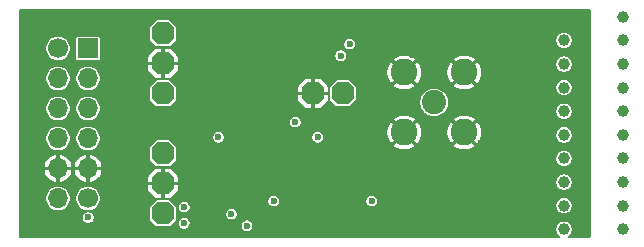
<source format=gbr>
%TF.GenerationSoftware,KiCad,Pcbnew,9.0.7*%
%TF.CreationDate,2026-01-30T12:17:07+01:00*%
%TF.ProjectId,rfiq-1,72666971-2d31-42e6-9b69-6361645f7063,1a*%
%TF.SameCoordinates,Original*%
%TF.FileFunction,Copper,L2,Inr*%
%TF.FilePolarity,Positive*%
%FSLAX46Y46*%
G04 Gerber Fmt 4.6, Leading zero omitted, Abs format (unit mm)*
G04 Created by KiCad (PCBNEW 9.0.7) date 2026-01-30 12:17:07*
%MOMM*%
%LPD*%
G01*
G04 APERTURE LIST*
G04 Aperture macros list*
%AMOutline5P*
0 Free polygon, 5 corners , with rotation*
0 The origin of the aperture is its center*
0 number of corners: always 5*
0 $1 to $10 corner X, Y*
0 $11 Rotation angle, in degrees counterclockwise*
0 create outline with 5 corners*
4,1,5,$1,$2,$3,$4,$5,$6,$7,$8,$9,$10,$1,$2,$11*%
%AMOutline6P*
0 Free polygon, 6 corners , with rotation*
0 The origin of the aperture is its center*
0 number of corners: always 6*
0 $1 to $12 corner X, Y*
0 $13 Rotation angle, in degrees counterclockwise*
0 create outline with 6 corners*
4,1,6,$1,$2,$3,$4,$5,$6,$7,$8,$9,$10,$11,$12,$1,$2,$13*%
%AMOutline7P*
0 Free polygon, 7 corners , with rotation*
0 The origin of the aperture is its center*
0 number of corners: always 7*
0 $1 to $14 corner X, Y*
0 $15 Rotation angle, in degrees counterclockwise*
0 create outline with 7 corners*
4,1,7,$1,$2,$3,$4,$5,$6,$7,$8,$9,$10,$11,$12,$13,$14,$1,$2,$15*%
%AMOutline8P*
0 Free polygon, 8 corners , with rotation*
0 The origin of the aperture is its center*
0 number of corners: always 8*
0 $1 to $16 corner X, Y*
0 $17 Rotation angle, in degrees counterclockwise*
0 create outline with 8 corners*
4,1,8,$1,$2,$3,$4,$5,$6,$7,$8,$9,$10,$11,$12,$13,$14,$15,$16,$1,$2,$17*%
G04 Aperture macros list end*
%TA.AperFunction,ComponentPad*%
%ADD10Outline8P,-0.950000X0.475000X-0.475000X0.950000X0.475000X0.950000X0.950000X0.475000X0.950000X-0.475000X0.475000X-0.950000X-0.475000X-0.950000X-0.950000X-0.475000X0.000000*%
%TD*%
%TA.AperFunction,ComponentPad*%
%ADD11C,1.000000*%
%TD*%
%TA.AperFunction,ComponentPad*%
%ADD12C,2.050000*%
%TD*%
%TA.AperFunction,ComponentPad*%
%ADD13C,2.250000*%
%TD*%
%TA.AperFunction,ComponentPad*%
%ADD14R,1.700000X1.700000*%
%TD*%
%TA.AperFunction,ComponentPad*%
%ADD15O,1.700000X1.700000*%
%TD*%
%TA.AperFunction,ComponentPad*%
%ADD16C,1.700000*%
%TD*%
%TA.AperFunction,ViaPad*%
%ADD17C,0.600000*%
%TD*%
G04 APERTURE END LIST*
D10*
%TO.N,GND*%
%TO.C,TP10*%
X170300000Y-97920000D03*
%TD*%
%TO.N,/GQ1*%
%TO.C,TP6*%
X170300000Y-90300000D03*
%TD*%
%TO.N,/SCL*%
%TO.C,TP2*%
X170300000Y-100460000D03*
%TD*%
%TO.N,GND*%
%TO.C,TP5*%
X170300000Y-87760000D03*
%TD*%
%TO.N,/IO1*%
%TO.C,TP4*%
X185540000Y-90300000D03*
%TD*%
%TO.N,/GQ2*%
%TO.C,TP7*%
X170300000Y-85220000D03*
%TD*%
%TO.N,GND*%
%TO.C,TP13*%
X183000000Y-90300000D03*
%TD*%
D11*
%TO.N,*%
%TO.C,AE1*%
X209250000Y-83800000D03*
X209250000Y-85800000D03*
X204250000Y-85800000D03*
X209250000Y-87800000D03*
X204250000Y-87800000D03*
X209250000Y-89800000D03*
X204250000Y-89800000D03*
X209250000Y-91800000D03*
X204250000Y-91800000D03*
X209250000Y-93800000D03*
X204250000Y-93800000D03*
X209250000Y-95800000D03*
X204250000Y-95800000D03*
X209250000Y-97800000D03*
X204250000Y-97800000D03*
X209250000Y-99800000D03*
X204250000Y-99800000D03*
X209250000Y-101800000D03*
X204250000Y-101800000D03*
%TD*%
D10*
%TO.N,/SDA*%
%TO.C,TP1*%
X170300000Y-95380000D03*
%TD*%
D12*
%TO.N,/ANT_CONN*%
%TO.C,J1*%
X193260000Y-91060000D03*
D13*
%TO.N,GND*%
X195800000Y-88520000D03*
X190720000Y-88520000D03*
X195800000Y-93600000D03*
X190720000Y-93600000D03*
%TD*%
D14*
%TO.N,/IO1*%
%TO.C,J4*%
X163950000Y-86490000D03*
D15*
%TO.N,unconnected-(J4-Pin_2-Pad2)*%
X163950000Y-89030000D03*
%TO.N,/SCL*%
X163950000Y-91570000D03*
%TO.N,/SDA*%
X163950000Y-94110000D03*
%TO.N,GND*%
X163950000Y-96650000D03*
D16*
%TO.N,VCC*%
X163950000Y-99190000D03*
%TO.N,unconnected-(J4-Pin_7-Pad7)*%
X161410000Y-86490000D03*
D15*
%TO.N,unconnected-(J4-Pin_8-Pad8)*%
X161410000Y-89030000D03*
%TO.N,unconnected-(J4-Pin_9-Pad9)*%
X161410000Y-91570000D03*
%TO.N,unconnected-(J4-Pin_10-Pad10)*%
X161410000Y-94110000D03*
%TO.N,GND*%
X161410000Y-96650000D03*
%TO.N,VBAT*%
X161410000Y-99190000D03*
%TD*%
D17*
%TO.N,GND*%
X181900000Y-84500000D03*
X177900000Y-91800000D03*
X182100000Y-86950000D03*
X174950000Y-86200000D03*
X197200000Y-97675000D03*
X197200000Y-100225000D03*
X171900000Y-87500000D03*
X190500000Y-86200000D03*
X197200000Y-92550000D03*
X177750000Y-87650000D03*
X194000000Y-88300000D03*
X178500000Y-92200000D03*
X192300000Y-84600000D03*
X186500000Y-85425000D03*
X177100000Y-86300000D03*
X190800000Y-83500000D03*
X177300000Y-88100000D03*
X197200000Y-95725000D03*
X175400000Y-84750000D03*
X180500000Y-98000000D03*
X171900000Y-89600000D03*
X193375000Y-102150000D03*
X177300000Y-88700000D03*
X177300000Y-84200000D03*
X182300000Y-99800000D03*
X177300000Y-91400000D03*
X171900000Y-88200000D03*
X189900000Y-85700000D03*
X182400000Y-84100000D03*
X197200000Y-98325000D03*
X197200000Y-97025000D03*
X173100000Y-86900000D03*
X192600000Y-88300000D03*
X195925000Y-102150000D03*
X197200000Y-98975000D03*
X197200000Y-102150000D03*
X188600000Y-84000000D03*
X172350000Y-84800000D03*
X197200000Y-95100000D03*
X193000000Y-85600000D03*
X197200000Y-91275000D03*
X185100000Y-84150000D03*
X172800000Y-86200000D03*
X173900000Y-84700000D03*
X187200000Y-85425000D03*
X175400000Y-83500000D03*
X184400000Y-84200000D03*
X178350000Y-84850000D03*
X191450000Y-102150000D03*
X190800000Y-84190000D03*
X178400000Y-90100000D03*
X195150000Y-85750000D03*
X184150000Y-86900000D03*
X193400000Y-86300000D03*
X181450000Y-85650000D03*
X192600000Y-89000000D03*
X182750000Y-86950000D03*
X192100000Y-102150000D03*
X194400000Y-85200000D03*
X189200000Y-85700000D03*
X188900000Y-98000000D03*
X195950000Y-85350000D03*
X187150000Y-89200000D03*
X192600000Y-87600000D03*
X177000000Y-92000000D03*
X177250000Y-83600000D03*
X183100000Y-84150000D03*
X192250000Y-85350000D03*
X183750000Y-84200000D03*
X172000000Y-86400000D03*
X190800000Y-102150000D03*
X178700000Y-91600000D03*
X185750000Y-84150000D03*
X173300000Y-91200000D03*
X197200000Y-90650000D03*
X194000000Y-89000000D03*
X184450000Y-87500000D03*
X194025000Y-102150000D03*
X196100000Y-86050000D03*
X187200000Y-84200000D03*
X194550000Y-84600000D03*
X175700000Y-86300000D03*
X197200000Y-99600000D03*
X187900000Y-84200000D03*
X180700000Y-87300000D03*
X194675000Y-102150000D03*
X188000000Y-85425000D03*
X174500000Y-91700000D03*
X190100000Y-102150000D03*
X193850000Y-85550000D03*
X189300000Y-84000000D03*
X177200000Y-89800000D03*
X181900000Y-85150000D03*
X175000000Y-92200000D03*
X197200000Y-85450000D03*
X178400000Y-87750000D03*
X194000000Y-87600000D03*
X176400000Y-92200000D03*
X177050000Y-84800000D03*
X186400000Y-101500000D03*
X172700000Y-90700000D03*
X175700000Y-92200000D03*
X192800000Y-85000000D03*
X195200000Y-84550000D03*
X173900000Y-91400000D03*
X183450000Y-86900000D03*
X179200000Y-87600000D03*
X181400000Y-87000000D03*
X172000000Y-90300000D03*
X197200000Y-94475000D03*
X173800000Y-83500000D03*
X175300000Y-88100000D03*
X179400000Y-85600000D03*
X192725000Y-102150000D03*
X180100000Y-91400000D03*
X175300000Y-88800000D03*
X197200000Y-101500000D03*
X196550000Y-85550000D03*
X174300000Y-86100000D03*
X173700000Y-86400000D03*
X193900000Y-86900000D03*
X197200000Y-100850000D03*
X197200000Y-96375000D03*
X178600000Y-88600000D03*
X197200000Y-91900000D03*
X190600000Y-85500000D03*
X178600000Y-99400000D03*
X195800000Y-84750000D03*
X192200000Y-87000000D03*
X179500000Y-91900000D03*
X188500000Y-85700000D03*
X172000000Y-85400000D03*
X161400000Y-101800000D03*
X179400000Y-86910000D03*
X171900000Y-88900000D03*
X195300000Y-102150000D03*
X179100000Y-84950000D03*
X177600000Y-84900000D03*
X180000000Y-90100000D03*
X190000000Y-84000000D03*
X186500000Y-84200000D03*
X197200000Y-90025000D03*
X172400000Y-87000000D03*
X173900000Y-99800000D03*
X196550000Y-102150000D03*
X180000000Y-87200000D03*
X191500000Y-87000000D03*
X190800000Y-86900000D03*
%TO.N,VCC*%
X163975000Y-100800000D03*
X179675000Y-99400000D03*
X187975000Y-99400000D03*
X175000000Y-94000000D03*
X183400000Y-94000000D03*
X185350000Y-87100000D03*
%TO.N,/IO1*%
X186100000Y-86100000D03*
%TO.N,/SDA*%
X172100000Y-99900000D03*
X172100000Y-101300000D03*
%TO.N,/SCL*%
X177400000Y-101500000D03*
X176100000Y-100500000D03*
%TO.N,/GQ1*%
X181500000Y-92700000D03*
%TD*%
%TA.AperFunction,Conductor*%
%TO.N,GND*%
G36*
X206478326Y-83202174D02*
G01*
X206500000Y-83254500D01*
X206500000Y-102425500D01*
X206478326Y-102477826D01*
X206426000Y-102499500D01*
X204617936Y-102499500D01*
X204565610Y-102477826D01*
X204543936Y-102425500D01*
X204565610Y-102373174D01*
X204576816Y-102363976D01*
X204664669Y-102305276D01*
X204755276Y-102214669D01*
X204826465Y-102108127D01*
X204875501Y-101989744D01*
X204900500Y-101864069D01*
X204900500Y-101735931D01*
X204875501Y-101610256D01*
X204826465Y-101491873D01*
X204755276Y-101385331D01*
X204664669Y-101294724D01*
X204558127Y-101223535D01*
X204558124Y-101223533D01*
X204558123Y-101223533D01*
X204439742Y-101174498D01*
X204439739Y-101174497D01*
X204349696Y-101156586D01*
X204314069Y-101149500D01*
X204185931Y-101149500D01*
X204154726Y-101155707D01*
X204060260Y-101174497D01*
X204060257Y-101174498D01*
X203941876Y-101223533D01*
X203835331Y-101294723D01*
X203835330Y-101294725D01*
X203744725Y-101385330D01*
X203744723Y-101385331D01*
X203673533Y-101491876D01*
X203624498Y-101610257D01*
X203624497Y-101610260D01*
X203599500Y-101735932D01*
X203599500Y-101864067D01*
X203624497Y-101989739D01*
X203624498Y-101989742D01*
X203624499Y-101989744D01*
X203673535Y-102108127D01*
X203744724Y-102214669D01*
X203835331Y-102305276D01*
X203923177Y-102363972D01*
X203954642Y-102411063D01*
X203943593Y-102466612D01*
X203896501Y-102498078D01*
X203882064Y-102499500D01*
X158174500Y-102499500D01*
X158122174Y-102477826D01*
X158100500Y-102425500D01*
X158100500Y-100740688D01*
X163524500Y-100740688D01*
X163524500Y-100859311D01*
X163555199Y-100973882D01*
X163555201Y-100973887D01*
X163614508Y-101076609D01*
X163614509Y-101076610D01*
X163614511Y-101076613D01*
X163698387Y-101160489D01*
X163698389Y-101160490D01*
X163698390Y-101160491D01*
X163801112Y-101219798D01*
X163801114Y-101219799D01*
X163801115Y-101219799D01*
X163801117Y-101219800D01*
X163858402Y-101235149D01*
X163915688Y-101250499D01*
X163915689Y-101250500D01*
X163915691Y-101250500D01*
X164034311Y-101250500D01*
X164034311Y-101250499D01*
X164148886Y-101219799D01*
X164251613Y-101160489D01*
X164335489Y-101076613D01*
X164394799Y-100973886D01*
X164395970Y-100969514D01*
X164405404Y-100934310D01*
X164419902Y-100880201D01*
X164425499Y-100859311D01*
X164425500Y-100859311D01*
X164425500Y-100740689D01*
X164425499Y-100740688D01*
X164394800Y-100626117D01*
X164394798Y-100626112D01*
X164335491Y-100523390D01*
X164335490Y-100523389D01*
X164335489Y-100523387D01*
X164251613Y-100439511D01*
X164251610Y-100439509D01*
X164251609Y-100439508D01*
X164148887Y-100380201D01*
X164148882Y-100380199D01*
X164034311Y-100349500D01*
X164034309Y-100349500D01*
X163915691Y-100349500D01*
X163915689Y-100349500D01*
X163801117Y-100380199D01*
X163801112Y-100380201D01*
X163698390Y-100439508D01*
X163614508Y-100523390D01*
X163555201Y-100626112D01*
X163555199Y-100626117D01*
X163524500Y-100740688D01*
X158100500Y-100740688D01*
X158100500Y-99091460D01*
X160409500Y-99091460D01*
X160409500Y-99288539D01*
X160447947Y-99481829D01*
X160447950Y-99481839D01*
X160523367Y-99663913D01*
X160632860Y-99827781D01*
X160772218Y-99967139D01*
X160936086Y-100076632D01*
X161087890Y-100139511D01*
X161118165Y-100152051D01*
X161311459Y-100190500D01*
X161311461Y-100190500D01*
X161508539Y-100190500D01*
X161508541Y-100190500D01*
X161701835Y-100152051D01*
X161883914Y-100076632D01*
X162047782Y-99967139D01*
X162187139Y-99827782D01*
X162296632Y-99663914D01*
X162372051Y-99481835D01*
X162410500Y-99288541D01*
X162410500Y-99091460D01*
X162949500Y-99091460D01*
X162949500Y-99288539D01*
X162987947Y-99481829D01*
X162987950Y-99481839D01*
X163063367Y-99663913D01*
X163172860Y-99827781D01*
X163312218Y-99967139D01*
X163476086Y-100076632D01*
X163627890Y-100139511D01*
X163658165Y-100152051D01*
X163851459Y-100190500D01*
X163851461Y-100190500D01*
X164048539Y-100190500D01*
X164048541Y-100190500D01*
X164241835Y-100152051D01*
X164423914Y-100076632D01*
X164583231Y-99970180D01*
X169199499Y-99970180D01*
X169199499Y-100949826D01*
X169208231Y-100993724D01*
X169233092Y-101030931D01*
X169233094Y-101030933D01*
X169233097Y-101030937D01*
X169729060Y-101526900D01*
X169766278Y-101551767D01*
X169810180Y-101560500D01*
X170789827Y-101560501D01*
X170833723Y-101551769D01*
X170870937Y-101526903D01*
X171157152Y-101240688D01*
X171649500Y-101240688D01*
X171649500Y-101359311D01*
X171680199Y-101473882D01*
X171680201Y-101473887D01*
X171739508Y-101576609D01*
X171739509Y-101576610D01*
X171739511Y-101576613D01*
X171823387Y-101660489D01*
X171823389Y-101660490D01*
X171823390Y-101660491D01*
X171926112Y-101719798D01*
X171926114Y-101719799D01*
X171926115Y-101719799D01*
X171926117Y-101719800D01*
X171983402Y-101735149D01*
X172040688Y-101750499D01*
X172040689Y-101750500D01*
X172040691Y-101750500D01*
X172159311Y-101750500D01*
X172159311Y-101750499D01*
X172273886Y-101719799D01*
X172376613Y-101660489D01*
X172460489Y-101576613D01*
X172519799Y-101473886D01*
X172528694Y-101440689D01*
X172528694Y-101440688D01*
X176949500Y-101440688D01*
X176949500Y-101559311D01*
X176980199Y-101673882D01*
X176980201Y-101673887D01*
X177039508Y-101776609D01*
X177039509Y-101776610D01*
X177039511Y-101776613D01*
X177123387Y-101860489D01*
X177123389Y-101860490D01*
X177123390Y-101860491D01*
X177226112Y-101919798D01*
X177226114Y-101919799D01*
X177226115Y-101919799D01*
X177226117Y-101919800D01*
X177283402Y-101935149D01*
X177340688Y-101950499D01*
X177340689Y-101950500D01*
X177340691Y-101950500D01*
X177459311Y-101950500D01*
X177459311Y-101950499D01*
X177573886Y-101919799D01*
X177676613Y-101860489D01*
X177760489Y-101776613D01*
X177819799Y-101673886D01*
X177850499Y-101559311D01*
X177850500Y-101559311D01*
X177850500Y-101440689D01*
X177850499Y-101440688D01*
X177819800Y-101326117D01*
X177819798Y-101326112D01*
X177760491Y-101223390D01*
X177760490Y-101223389D01*
X177760489Y-101223387D01*
X177676613Y-101139511D01*
X177676610Y-101139509D01*
X177676609Y-101139508D01*
X177573887Y-101080201D01*
X177573882Y-101080199D01*
X177459311Y-101049500D01*
X177459309Y-101049500D01*
X177340691Y-101049500D01*
X177340689Y-101049500D01*
X177226117Y-101080199D01*
X177226112Y-101080201D01*
X177123390Y-101139508D01*
X177039508Y-101223390D01*
X176980201Y-101326112D01*
X176980199Y-101326117D01*
X176949500Y-101440688D01*
X172528694Y-101440688D01*
X172535124Y-101416695D01*
X172535125Y-101416688D01*
X172543527Y-101385331D01*
X172550500Y-101359309D01*
X172550500Y-101240691D01*
X172550500Y-101240689D01*
X172550499Y-101240688D01*
X172519800Y-101126117D01*
X172519798Y-101126112D01*
X172460491Y-101023390D01*
X172460490Y-101023389D01*
X172460489Y-101023387D01*
X172376613Y-100939511D01*
X172376610Y-100939509D01*
X172376609Y-100939508D01*
X172273887Y-100880201D01*
X172273882Y-100880199D01*
X172159311Y-100849500D01*
X172159309Y-100849500D01*
X172040691Y-100849500D01*
X172040689Y-100849500D01*
X171926117Y-100880199D01*
X171926112Y-100880201D01*
X171823390Y-100939508D01*
X171739508Y-101023390D01*
X171680201Y-101126112D01*
X171680199Y-101126117D01*
X171649500Y-101240688D01*
X171157152Y-101240688D01*
X171366900Y-101030940D01*
X171391767Y-100993722D01*
X171400500Y-100949820D01*
X171400500Y-100740688D01*
X171400501Y-100440688D01*
X175649500Y-100440688D01*
X175649500Y-100559311D01*
X175680199Y-100673882D01*
X175680201Y-100673887D01*
X175739508Y-100776609D01*
X175739509Y-100776610D01*
X175739511Y-100776613D01*
X175823387Y-100860489D01*
X175823389Y-100860490D01*
X175823390Y-100860491D01*
X175926112Y-100919798D01*
X175926114Y-100919799D01*
X175926115Y-100919799D01*
X175926117Y-100919800D01*
X175980269Y-100934310D01*
X176040688Y-100950499D01*
X176040689Y-100950500D01*
X176040691Y-100950500D01*
X176159311Y-100950500D01*
X176159311Y-100950499D01*
X176273886Y-100919799D01*
X176376613Y-100860489D01*
X176460489Y-100776613D01*
X176519799Y-100673886D01*
X176550499Y-100559311D01*
X176550500Y-100559311D01*
X176550500Y-100440689D01*
X176550499Y-100440688D01*
X176519800Y-100326117D01*
X176519798Y-100326112D01*
X176460491Y-100223390D01*
X176460490Y-100223389D01*
X176460489Y-100223387D01*
X176376613Y-100139511D01*
X176376610Y-100139509D01*
X176376609Y-100139508D01*
X176273887Y-100080201D01*
X176273882Y-100080199D01*
X176159311Y-100049500D01*
X176159309Y-100049500D01*
X176040691Y-100049500D01*
X176040689Y-100049500D01*
X175926117Y-100080199D01*
X175926112Y-100080201D01*
X175823390Y-100139508D01*
X175739508Y-100223390D01*
X175680201Y-100326112D01*
X175680199Y-100326117D01*
X175649500Y-100440688D01*
X171400501Y-100440688D01*
X171400501Y-100435841D01*
X171400501Y-99970173D01*
X171391769Y-99926278D01*
X171391769Y-99926277D01*
X171391768Y-99926275D01*
X171366907Y-99889068D01*
X171366905Y-99889066D01*
X171366903Y-99889063D01*
X171318528Y-99840688D01*
X171649500Y-99840688D01*
X171649500Y-99959311D01*
X171680199Y-100073882D01*
X171680201Y-100073887D01*
X171739508Y-100176609D01*
X171739509Y-100176610D01*
X171739511Y-100176613D01*
X171823387Y-100260489D01*
X171823389Y-100260490D01*
X171823390Y-100260491D01*
X171926112Y-100319798D01*
X171926114Y-100319799D01*
X171926115Y-100319799D01*
X171926117Y-100319800D01*
X171949693Y-100326117D01*
X172040688Y-100350499D01*
X172040689Y-100350500D01*
X172040691Y-100350500D01*
X172159311Y-100350500D01*
X172159311Y-100350499D01*
X172273886Y-100319799D01*
X172376613Y-100260489D01*
X172460489Y-100176613D01*
X172519799Y-100073886D01*
X172550500Y-99959309D01*
X172550500Y-99840691D01*
X172550500Y-99840689D01*
X172550499Y-99840688D01*
X172519800Y-99726117D01*
X172519798Y-99726112D01*
X172460491Y-99623390D01*
X172460490Y-99623389D01*
X172460489Y-99623387D01*
X172376613Y-99539511D01*
X172376610Y-99539509D01*
X172376609Y-99539508D01*
X172273887Y-99480201D01*
X172273882Y-99480199D01*
X172159311Y-99449500D01*
X172159309Y-99449500D01*
X172040691Y-99449500D01*
X172040689Y-99449500D01*
X171926117Y-99480199D01*
X171926112Y-99480201D01*
X171823390Y-99539508D01*
X171739508Y-99623390D01*
X171680201Y-99726112D01*
X171680199Y-99726117D01*
X171649500Y-99840688D01*
X171318528Y-99840688D01*
X170870940Y-99393100D01*
X170870939Y-99393099D01*
X170870938Y-99393098D01*
X170833722Y-99368233D01*
X170833720Y-99368232D01*
X170789815Y-99359499D01*
X169810173Y-99359499D01*
X169766275Y-99368231D01*
X169729068Y-99393092D01*
X169729065Y-99393095D01*
X169233099Y-99889060D01*
X169233098Y-99889062D01*
X169208233Y-99926277D01*
X169208232Y-99926279D01*
X169199499Y-99970180D01*
X164583231Y-99970180D01*
X164587782Y-99967139D01*
X164727139Y-99827782D01*
X164836632Y-99663914D01*
X164912051Y-99481835D01*
X164940127Y-99340688D01*
X179224500Y-99340688D01*
X179224500Y-99459311D01*
X179255199Y-99573882D01*
X179255201Y-99573887D01*
X179314508Y-99676609D01*
X179314509Y-99676610D01*
X179314511Y-99676613D01*
X179398387Y-99760489D01*
X179501114Y-99819799D01*
X179501115Y-99819799D01*
X179501117Y-99819800D01*
X179558402Y-99835149D01*
X179615688Y-99850499D01*
X179615689Y-99850500D01*
X179615691Y-99850500D01*
X179734311Y-99850500D01*
X179734311Y-99850499D01*
X179848886Y-99819799D01*
X179951613Y-99760489D01*
X180035489Y-99676613D01*
X180094799Y-99573886D01*
X180125499Y-99459311D01*
X180125500Y-99459311D01*
X180125500Y-99340689D01*
X180125499Y-99340688D01*
X187524500Y-99340688D01*
X187524500Y-99459311D01*
X187555199Y-99573882D01*
X187555201Y-99573887D01*
X187614508Y-99676609D01*
X187614509Y-99676610D01*
X187614511Y-99676613D01*
X187698387Y-99760489D01*
X187801114Y-99819799D01*
X187801115Y-99819799D01*
X187801117Y-99819800D01*
X187858402Y-99835149D01*
X187915688Y-99850499D01*
X187915689Y-99850500D01*
X187915691Y-99850500D01*
X188034311Y-99850500D01*
X188034311Y-99850499D01*
X188148886Y-99819799D01*
X188251613Y-99760489D01*
X188276170Y-99735932D01*
X203599500Y-99735932D01*
X203599500Y-99864067D01*
X203624497Y-99989739D01*
X203624498Y-99989742D01*
X203661967Y-100080201D01*
X203673535Y-100108127D01*
X203744724Y-100214669D01*
X203835331Y-100305276D01*
X203941873Y-100376465D01*
X204060256Y-100425501D01*
X204060258Y-100425501D01*
X204060260Y-100425502D01*
X204102903Y-100433984D01*
X204185931Y-100450500D01*
X204185933Y-100450500D01*
X204314067Y-100450500D01*
X204314069Y-100450500D01*
X204439744Y-100425501D01*
X204558127Y-100376465D01*
X204664669Y-100305276D01*
X204755276Y-100214669D01*
X204826465Y-100108127D01*
X204875501Y-99989744D01*
X204900500Y-99864069D01*
X204900500Y-99735931D01*
X204875501Y-99610256D01*
X204826465Y-99491873D01*
X204755276Y-99385331D01*
X204664669Y-99294724D01*
X204655415Y-99288541D01*
X204629473Y-99271207D01*
X204558127Y-99223535D01*
X204558124Y-99223533D01*
X204558123Y-99223533D01*
X204439742Y-99174498D01*
X204439739Y-99174497D01*
X204349696Y-99156586D01*
X204314069Y-99149500D01*
X204185931Y-99149500D01*
X204154726Y-99155707D01*
X204060260Y-99174497D01*
X204060257Y-99174498D01*
X203941876Y-99223533D01*
X203835331Y-99294723D01*
X203835330Y-99294725D01*
X203744725Y-99385330D01*
X203744723Y-99385331D01*
X203673533Y-99491876D01*
X203624498Y-99610257D01*
X203624497Y-99610260D01*
X203599500Y-99735932D01*
X188276170Y-99735932D01*
X188335489Y-99676613D01*
X188394799Y-99573886D01*
X188425499Y-99459311D01*
X188425500Y-99459311D01*
X188425500Y-99340689D01*
X188425499Y-99340688D01*
X188394800Y-99226117D01*
X188394798Y-99226112D01*
X188335491Y-99123390D01*
X188335490Y-99123389D01*
X188335489Y-99123387D01*
X188251613Y-99039511D01*
X188251610Y-99039509D01*
X188251609Y-99039508D01*
X188148887Y-98980201D01*
X188148882Y-98980199D01*
X188034311Y-98949500D01*
X188034309Y-98949500D01*
X187915691Y-98949500D01*
X187915689Y-98949500D01*
X187801117Y-98980199D01*
X187801112Y-98980201D01*
X187698390Y-99039508D01*
X187614508Y-99123390D01*
X187555201Y-99226112D01*
X187555199Y-99226117D01*
X187524500Y-99340688D01*
X180125499Y-99340688D01*
X180094800Y-99226117D01*
X180094798Y-99226112D01*
X180035491Y-99123390D01*
X180035490Y-99123389D01*
X180035489Y-99123387D01*
X179951613Y-99039511D01*
X179951610Y-99039509D01*
X179951609Y-99039508D01*
X179848887Y-98980201D01*
X179848882Y-98980199D01*
X179734311Y-98949500D01*
X179734309Y-98949500D01*
X179615691Y-98949500D01*
X179615689Y-98949500D01*
X179501117Y-98980199D01*
X179501112Y-98980201D01*
X179398390Y-99039508D01*
X179314508Y-99123390D01*
X179255201Y-99226112D01*
X179255199Y-99226117D01*
X179224500Y-99340688D01*
X164940127Y-99340688D01*
X164950500Y-99288541D01*
X164950500Y-99091459D01*
X164912051Y-98898165D01*
X164836632Y-98716086D01*
X164727139Y-98552218D01*
X164587782Y-98412861D01*
X164533312Y-98376465D01*
X164423913Y-98303367D01*
X164241839Y-98227950D01*
X164241829Y-98227947D01*
X164112388Y-98202200D01*
X164048541Y-98189500D01*
X163851459Y-98189500D01*
X163796662Y-98200399D01*
X163658170Y-98227947D01*
X163658160Y-98227950D01*
X163476086Y-98303367D01*
X163312218Y-98412860D01*
X163312217Y-98412862D01*
X163172862Y-98552217D01*
X163172860Y-98552218D01*
X163063367Y-98716086D01*
X162987950Y-98898160D01*
X162987947Y-98898170D01*
X162949500Y-99091460D01*
X162410500Y-99091460D01*
X162410500Y-99091459D01*
X162372051Y-98898165D01*
X162296632Y-98716086D01*
X162187139Y-98552218D01*
X162047782Y-98412861D01*
X161993312Y-98376465D01*
X161883913Y-98303367D01*
X161701839Y-98227950D01*
X161701829Y-98227947D01*
X161572388Y-98202200D01*
X161508541Y-98189500D01*
X161311459Y-98189500D01*
X161256662Y-98200399D01*
X161118170Y-98227947D01*
X161118160Y-98227950D01*
X160936086Y-98303367D01*
X160772218Y-98412860D01*
X160772217Y-98412862D01*
X160632862Y-98552217D01*
X160632860Y-98552218D01*
X160523367Y-98716086D01*
X160447950Y-98898160D01*
X160447947Y-98898170D01*
X160409500Y-99091460D01*
X158100500Y-99091460D01*
X158100500Y-96499998D01*
X160269422Y-96499998D01*
X160269424Y-96500000D01*
X160932555Y-96500000D01*
X160910000Y-96584174D01*
X160910000Y-96715826D01*
X160932555Y-96800000D01*
X160269424Y-96800000D01*
X160269422Y-96800001D01*
X160288316Y-96919289D01*
X160288319Y-96919302D01*
X160344251Y-97091443D01*
X160426433Y-97252732D01*
X160426433Y-97252733D01*
X160532826Y-97399170D01*
X160532834Y-97399180D01*
X160660820Y-97527166D01*
X160660829Y-97527173D01*
X160807266Y-97633566D01*
X160968556Y-97715748D01*
X160968555Y-97715748D01*
X161140697Y-97771680D01*
X161140710Y-97771683D01*
X161259998Y-97790577D01*
X161260000Y-97790576D01*
X161260000Y-97127445D01*
X161344174Y-97150000D01*
X161475826Y-97150000D01*
X161560000Y-97127445D01*
X161560000Y-97790576D01*
X161560001Y-97790577D01*
X161679289Y-97771683D01*
X161679302Y-97771680D01*
X161851443Y-97715748D01*
X162012732Y-97633566D01*
X162012733Y-97633566D01*
X162159170Y-97527173D01*
X162159180Y-97527166D01*
X162287166Y-97399180D01*
X162287173Y-97399170D01*
X162393566Y-97252733D01*
X162393566Y-97252732D01*
X162475748Y-97091443D01*
X162531680Y-96919302D01*
X162531683Y-96919289D01*
X162550577Y-96800001D01*
X162550576Y-96800000D01*
X161887445Y-96800000D01*
X161910000Y-96715826D01*
X161910000Y-96584174D01*
X161887445Y-96500000D01*
X162550576Y-96500000D01*
X162550577Y-96499998D01*
X162809422Y-96499998D01*
X162809424Y-96500000D01*
X163472555Y-96500000D01*
X163450000Y-96584174D01*
X163450000Y-96715826D01*
X163472555Y-96800000D01*
X162809424Y-96800000D01*
X162809422Y-96800001D01*
X162828316Y-96919289D01*
X162828319Y-96919302D01*
X162884251Y-97091443D01*
X162966433Y-97252732D01*
X162966433Y-97252733D01*
X163072826Y-97399170D01*
X163072834Y-97399180D01*
X163200820Y-97527166D01*
X163200829Y-97527173D01*
X163347266Y-97633566D01*
X163508556Y-97715748D01*
X163508555Y-97715748D01*
X163680697Y-97771680D01*
X163680710Y-97771683D01*
X163799998Y-97790577D01*
X163800000Y-97790576D01*
X163800000Y-97127445D01*
X163884174Y-97150000D01*
X164015826Y-97150000D01*
X164100000Y-97127445D01*
X164100000Y-97790576D01*
X164100001Y-97790577D01*
X164219289Y-97771683D01*
X164219302Y-97771680D01*
X164391443Y-97715748D01*
X164552732Y-97633566D01*
X164552733Y-97633566D01*
X164699170Y-97527173D01*
X164699180Y-97527166D01*
X164827166Y-97399180D01*
X164827174Y-97399170D01*
X164830064Y-97395192D01*
X169050000Y-97395192D01*
X169050000Y-97770000D01*
X169874318Y-97770000D01*
X169850000Y-97860756D01*
X169850000Y-97979244D01*
X169874318Y-98070000D01*
X169050001Y-98070000D01*
X169050001Y-98444820D01*
X169051374Y-98457990D01*
X169051376Y-98457997D01*
X169094296Y-98561616D01*
X169094297Y-98561617D01*
X169102641Y-98571905D01*
X169648097Y-99117358D01*
X169658386Y-99125705D01*
X169762002Y-99168623D01*
X169775192Y-99169999D01*
X170150000Y-99169999D01*
X170150000Y-98345681D01*
X170240756Y-98370000D01*
X170359244Y-98370000D01*
X170450000Y-98345681D01*
X170450000Y-99169999D01*
X170824816Y-99169999D01*
X170824820Y-99169998D01*
X170837990Y-99168625D01*
X170837997Y-99168623D01*
X170941616Y-99125703D01*
X170941617Y-99125702D01*
X170951905Y-99117358D01*
X171497358Y-98571902D01*
X171505705Y-98561613D01*
X171548623Y-98457997D01*
X171550000Y-98444807D01*
X171550000Y-98070000D01*
X170725682Y-98070000D01*
X170750000Y-97979244D01*
X170750000Y-97860756D01*
X170725682Y-97770000D01*
X171549999Y-97770000D01*
X171549999Y-97735932D01*
X203599500Y-97735932D01*
X203599500Y-97864067D01*
X203624497Y-97989739D01*
X203624498Y-97989742D01*
X203667556Y-98093694D01*
X203673535Y-98108127D01*
X203744724Y-98214669D01*
X203835331Y-98305276D01*
X203941873Y-98376465D01*
X204060256Y-98425501D01*
X204060258Y-98425501D01*
X204060260Y-98425502D01*
X204102903Y-98433984D01*
X204185931Y-98450500D01*
X204185933Y-98450500D01*
X204314067Y-98450500D01*
X204314069Y-98450500D01*
X204439744Y-98425501D01*
X204558127Y-98376465D01*
X204664669Y-98305276D01*
X204755276Y-98214669D01*
X204826465Y-98108127D01*
X204875501Y-97989744D01*
X204900500Y-97864069D01*
X204900500Y-97735931D01*
X204888168Y-97673939D01*
X204875502Y-97610260D01*
X204875501Y-97610257D01*
X204841086Y-97527173D01*
X204826465Y-97491873D01*
X204755276Y-97385331D01*
X204664669Y-97294724D01*
X204640217Y-97278386D01*
X204601823Y-97252732D01*
X204558127Y-97223535D01*
X204558124Y-97223533D01*
X204558123Y-97223533D01*
X204439742Y-97174498D01*
X204439739Y-97174497D01*
X204349696Y-97156586D01*
X204314069Y-97149500D01*
X204185931Y-97149500D01*
X204154726Y-97155707D01*
X204060260Y-97174497D01*
X204060257Y-97174498D01*
X203941876Y-97223533D01*
X203835331Y-97294723D01*
X203835330Y-97294725D01*
X203744725Y-97385330D01*
X203744723Y-97385331D01*
X203673533Y-97491876D01*
X203624498Y-97610257D01*
X203624497Y-97610260D01*
X203599500Y-97735932D01*
X171549999Y-97735932D01*
X171549999Y-97395183D01*
X171549998Y-97395179D01*
X171548625Y-97382009D01*
X171548623Y-97382002D01*
X171505703Y-97278383D01*
X171505702Y-97278382D01*
X171497358Y-97268094D01*
X170951902Y-96722641D01*
X170941613Y-96714294D01*
X170837997Y-96671376D01*
X170824807Y-96670000D01*
X170450000Y-96670000D01*
X170450000Y-97494318D01*
X170359244Y-97470000D01*
X170240756Y-97470000D01*
X170150000Y-97494318D01*
X170150000Y-96670000D01*
X169775183Y-96670000D01*
X169775179Y-96670001D01*
X169762009Y-96671374D01*
X169762002Y-96671376D01*
X169658383Y-96714296D01*
X169658382Y-96714297D01*
X169648094Y-96722641D01*
X169102641Y-97268097D01*
X169094294Y-97278386D01*
X169051376Y-97382002D01*
X169050000Y-97395192D01*
X164830064Y-97395192D01*
X164863068Y-97349767D01*
X164933565Y-97252734D01*
X164933566Y-97252732D01*
X165015748Y-97091443D01*
X165071680Y-96919302D01*
X165071683Y-96919289D01*
X165090577Y-96800001D01*
X165090576Y-96800000D01*
X164427445Y-96800000D01*
X164450000Y-96715826D01*
X164450000Y-96584174D01*
X164427445Y-96500000D01*
X165090576Y-96500000D01*
X165090577Y-96499998D01*
X165071683Y-96380710D01*
X165071680Y-96380697D01*
X165015748Y-96208556D01*
X164933566Y-96047267D01*
X164933565Y-96047265D01*
X164838893Y-95916959D01*
X164827174Y-95900829D01*
X164827166Y-95900820D01*
X164699180Y-95772834D01*
X164699170Y-95772826D01*
X164552733Y-95666433D01*
X164391443Y-95584251D01*
X164391444Y-95584251D01*
X164219302Y-95528319D01*
X164219291Y-95528317D01*
X164100000Y-95509422D01*
X164100000Y-96172554D01*
X164015826Y-96150000D01*
X163884174Y-96150000D01*
X163800000Y-96172554D01*
X163800000Y-95509422D01*
X163680708Y-95528317D01*
X163680697Y-95528319D01*
X163508556Y-95584251D01*
X163347267Y-95666433D01*
X163347266Y-95666433D01*
X163200829Y-95772826D01*
X163200820Y-95772834D01*
X163072834Y-95900820D01*
X163072826Y-95900829D01*
X162966433Y-96047266D01*
X162966433Y-96047267D01*
X162884251Y-96208556D01*
X162828319Y-96380697D01*
X162828316Y-96380710D01*
X162809422Y-96499998D01*
X162550577Y-96499998D01*
X162531683Y-96380710D01*
X162531680Y-96380697D01*
X162475748Y-96208556D01*
X162393566Y-96047267D01*
X162393566Y-96047266D01*
X162287173Y-95900829D01*
X162287166Y-95900820D01*
X162159180Y-95772834D01*
X162159170Y-95772826D01*
X162012733Y-95666433D01*
X161851443Y-95584251D01*
X161851444Y-95584251D01*
X161679302Y-95528319D01*
X161679291Y-95528317D01*
X161560000Y-95509422D01*
X161560000Y-96172554D01*
X161475826Y-96150000D01*
X161344174Y-96150000D01*
X161260000Y-96172554D01*
X161260000Y-95509422D01*
X161140708Y-95528317D01*
X161140697Y-95528319D01*
X160968556Y-95584251D01*
X160807267Y-95666433D01*
X160807266Y-95666433D01*
X160660829Y-95772826D01*
X160660820Y-95772834D01*
X160532834Y-95900820D01*
X160532826Y-95900829D01*
X160426433Y-96047266D01*
X160426433Y-96047267D01*
X160344251Y-96208556D01*
X160288319Y-96380697D01*
X160288316Y-96380710D01*
X160269422Y-96499998D01*
X158100500Y-96499998D01*
X158100500Y-94011459D01*
X160409500Y-94011459D01*
X160409500Y-94208541D01*
X160419783Y-94260238D01*
X160447947Y-94401829D01*
X160447950Y-94401839D01*
X160523367Y-94583913D01*
X160623370Y-94733577D01*
X160632861Y-94747782D01*
X160772218Y-94887139D01*
X160936086Y-94996632D01*
X161118165Y-95072051D01*
X161311459Y-95110500D01*
X161311461Y-95110500D01*
X161508539Y-95110500D01*
X161508541Y-95110500D01*
X161701835Y-95072051D01*
X161883914Y-94996632D01*
X162047782Y-94887139D01*
X162187139Y-94747782D01*
X162296632Y-94583914D01*
X162372051Y-94401835D01*
X162410500Y-94208541D01*
X162410500Y-94011459D01*
X162949500Y-94011459D01*
X162949500Y-94208541D01*
X162959783Y-94260238D01*
X162987947Y-94401829D01*
X162987950Y-94401839D01*
X163063367Y-94583913D01*
X163163370Y-94733577D01*
X163172861Y-94747782D01*
X163312218Y-94887139D01*
X163476086Y-94996632D01*
X163658165Y-95072051D01*
X163851459Y-95110500D01*
X163851461Y-95110500D01*
X164048539Y-95110500D01*
X164048541Y-95110500D01*
X164241835Y-95072051D01*
X164423914Y-94996632D01*
X164583231Y-94890180D01*
X169199499Y-94890180D01*
X169199499Y-95869826D01*
X169208231Y-95913724D01*
X169233092Y-95950931D01*
X169233094Y-95950933D01*
X169233097Y-95950937D01*
X169729060Y-96446900D01*
X169766278Y-96471767D01*
X169810180Y-96480500D01*
X170789827Y-96480501D01*
X170833723Y-96471769D01*
X170870937Y-96446903D01*
X171366900Y-95950940D01*
X171391767Y-95913722D01*
X171400500Y-95869820D01*
X171400500Y-95735931D01*
X203599500Y-95735931D01*
X203599500Y-95864069D01*
X203606586Y-95899696D01*
X203624497Y-95989739D01*
X203624498Y-95989742D01*
X203624499Y-95989744D01*
X203673535Y-96108127D01*
X203744724Y-96214669D01*
X203835331Y-96305276D01*
X203941873Y-96376465D01*
X204060256Y-96425501D01*
X204060258Y-96425501D01*
X204060260Y-96425502D01*
X204102903Y-96433984D01*
X204185931Y-96450500D01*
X204185933Y-96450500D01*
X204314067Y-96450500D01*
X204314069Y-96450500D01*
X204439744Y-96425501D01*
X204558127Y-96376465D01*
X204664669Y-96305276D01*
X204755276Y-96214669D01*
X204826465Y-96108127D01*
X204875501Y-95989744D01*
X204900500Y-95864069D01*
X204900500Y-95735931D01*
X204875501Y-95610256D01*
X204826465Y-95491873D01*
X204755276Y-95385331D01*
X204664669Y-95294724D01*
X204558127Y-95223535D01*
X204558124Y-95223533D01*
X204558123Y-95223533D01*
X204439742Y-95174498D01*
X204439739Y-95174497D01*
X204349696Y-95156586D01*
X204314069Y-95149500D01*
X204185931Y-95149500D01*
X204154726Y-95155707D01*
X204060260Y-95174497D01*
X204060257Y-95174498D01*
X203941876Y-95223533D01*
X203835331Y-95294723D01*
X203835330Y-95294725D01*
X203744725Y-95385330D01*
X203744723Y-95385331D01*
X203673533Y-95491876D01*
X203624498Y-95610257D01*
X203624497Y-95610260D01*
X203613324Y-95666433D01*
X203599500Y-95735931D01*
X171400500Y-95735931D01*
X171400501Y-94890173D01*
X171391769Y-94846277D01*
X171391768Y-94846275D01*
X171366907Y-94809068D01*
X171366905Y-94809066D01*
X171366903Y-94809063D01*
X170870940Y-94313100D01*
X170833722Y-94288233D01*
X170833720Y-94288232D01*
X170789815Y-94279499D01*
X169810173Y-94279499D01*
X169766275Y-94288231D01*
X169729068Y-94313092D01*
X169729065Y-94313095D01*
X169233099Y-94809060D01*
X169233098Y-94809062D01*
X169208233Y-94846277D01*
X169208232Y-94846279D01*
X169199499Y-94890180D01*
X164583231Y-94890180D01*
X164587782Y-94887139D01*
X164727139Y-94747782D01*
X164836632Y-94583914D01*
X164912051Y-94401835D01*
X164950500Y-94208541D01*
X164950500Y-94011459D01*
X164936423Y-93940688D01*
X174549500Y-93940688D01*
X174549500Y-94059311D01*
X174580199Y-94173882D01*
X174580201Y-94173887D01*
X174639508Y-94276609D01*
X174639509Y-94276610D01*
X174639511Y-94276613D01*
X174723387Y-94360489D01*
X174723389Y-94360490D01*
X174723390Y-94360491D01*
X174821846Y-94417335D01*
X174826114Y-94419799D01*
X174826115Y-94419799D01*
X174826117Y-94419800D01*
X174883402Y-94435149D01*
X174940688Y-94450499D01*
X174940689Y-94450500D01*
X174940691Y-94450500D01*
X175059311Y-94450500D01*
X175059311Y-94450499D01*
X175173886Y-94419799D01*
X175276613Y-94360489D01*
X175360489Y-94276613D01*
X175419799Y-94173886D01*
X175450499Y-94059311D01*
X175450500Y-94059311D01*
X175450500Y-93940689D01*
X175450499Y-93940688D01*
X182949500Y-93940688D01*
X182949500Y-94059311D01*
X182980199Y-94173882D01*
X182980201Y-94173887D01*
X183039508Y-94276609D01*
X183039509Y-94276610D01*
X183039511Y-94276613D01*
X183123387Y-94360489D01*
X183123389Y-94360490D01*
X183123390Y-94360491D01*
X183221846Y-94417335D01*
X183226114Y-94419799D01*
X183226115Y-94419799D01*
X183226117Y-94419800D01*
X183283402Y-94435149D01*
X183340688Y-94450499D01*
X183340689Y-94450500D01*
X183340691Y-94450500D01*
X183459311Y-94450500D01*
X183459311Y-94450499D01*
X183573886Y-94419799D01*
X183676613Y-94360489D01*
X183760489Y-94276613D01*
X183819799Y-94173886D01*
X183850499Y-94059311D01*
X183850500Y-94059311D01*
X183850500Y-93940689D01*
X183850499Y-93940688D01*
X183819800Y-93826117D01*
X183819798Y-93826112D01*
X183760491Y-93723390D01*
X183760490Y-93723389D01*
X183760489Y-93723387D01*
X183676613Y-93639511D01*
X183676610Y-93639509D01*
X183676609Y-93639508D01*
X183573887Y-93580201D01*
X183573882Y-93580199D01*
X183485137Y-93556420D01*
X183459311Y-93549500D01*
X183459309Y-93549500D01*
X183340691Y-93549500D01*
X183340689Y-93549500D01*
X183226117Y-93580199D01*
X183226112Y-93580201D01*
X183123390Y-93639508D01*
X183039508Y-93723390D01*
X182980201Y-93826112D01*
X182980199Y-93826117D01*
X182949500Y-93940688D01*
X175450499Y-93940688D01*
X175419800Y-93826117D01*
X175419798Y-93826112D01*
X175360491Y-93723390D01*
X175360490Y-93723389D01*
X175360489Y-93723387D01*
X175276613Y-93639511D01*
X175276610Y-93639509D01*
X175276609Y-93639508D01*
X175173887Y-93580201D01*
X175173882Y-93580199D01*
X175059311Y-93549500D01*
X175059309Y-93549500D01*
X174940691Y-93549500D01*
X174940689Y-93549500D01*
X174826117Y-93580199D01*
X174826112Y-93580201D01*
X174723390Y-93639508D01*
X174639508Y-93723390D01*
X174580201Y-93826112D01*
X174580199Y-93826117D01*
X174549500Y-93940688D01*
X164936423Y-93940688D01*
X164912051Y-93818165D01*
X164868138Y-93712150D01*
X164836632Y-93636086D01*
X164737583Y-93487849D01*
X189295000Y-93487849D01*
X189295000Y-93712150D01*
X189330089Y-93933687D01*
X189330091Y-93933698D01*
X189399398Y-94147004D01*
X189501228Y-94346858D01*
X189610545Y-94497321D01*
X190022215Y-94085650D01*
X190059762Y-94141844D01*
X190178156Y-94260238D01*
X190234347Y-94297783D01*
X189822677Y-94709453D01*
X189973136Y-94818769D01*
X190172995Y-94920601D01*
X190386301Y-94989908D01*
X190386312Y-94989910D01*
X190607849Y-95025000D01*
X190832151Y-95025000D01*
X191053687Y-94989910D01*
X191053698Y-94989908D01*
X191267004Y-94920601D01*
X191466862Y-94818769D01*
X191617321Y-94709454D01*
X191205651Y-94297784D01*
X191261844Y-94260238D01*
X191380238Y-94141844D01*
X191417784Y-94085651D01*
X191829454Y-94497321D01*
X191938769Y-94346862D01*
X192040601Y-94147004D01*
X192109908Y-93933698D01*
X192109910Y-93933687D01*
X192145000Y-93712150D01*
X192145000Y-93487849D01*
X194375000Y-93487849D01*
X194375000Y-93712150D01*
X194410089Y-93933687D01*
X194410091Y-93933698D01*
X194479398Y-94147004D01*
X194581228Y-94346858D01*
X194690545Y-94497321D01*
X195102215Y-94085650D01*
X195139762Y-94141844D01*
X195258156Y-94260238D01*
X195314347Y-94297783D01*
X194902677Y-94709453D01*
X195053136Y-94818769D01*
X195252995Y-94920601D01*
X195466301Y-94989908D01*
X195466312Y-94989910D01*
X195687849Y-95025000D01*
X195912151Y-95025000D01*
X196133687Y-94989910D01*
X196133698Y-94989908D01*
X196347004Y-94920601D01*
X196546862Y-94818769D01*
X196697321Y-94709454D01*
X196285651Y-94297784D01*
X196341844Y-94260238D01*
X196460238Y-94141844D01*
X196497784Y-94085651D01*
X196909454Y-94497321D01*
X197018769Y-94346862D01*
X197120601Y-94147004D01*
X197189908Y-93933698D01*
X197189910Y-93933687D01*
X197221233Y-93735932D01*
X203599500Y-93735932D01*
X203599500Y-93864067D01*
X203624497Y-93989739D01*
X203624498Y-93989742D01*
X203653314Y-94059311D01*
X203673535Y-94108127D01*
X203744724Y-94214669D01*
X203835331Y-94305276D01*
X203941873Y-94376465D01*
X204060256Y-94425501D01*
X204060258Y-94425501D01*
X204060260Y-94425502D01*
X204102903Y-94433984D01*
X204185931Y-94450500D01*
X204185933Y-94450500D01*
X204314067Y-94450500D01*
X204314069Y-94450500D01*
X204439744Y-94425501D01*
X204558127Y-94376465D01*
X204664669Y-94305276D01*
X204755276Y-94214669D01*
X204826465Y-94108127D01*
X204875501Y-93989744D01*
X204900500Y-93864069D01*
X204900500Y-93735931D01*
X204875501Y-93610256D01*
X204826465Y-93491873D01*
X204755276Y-93385331D01*
X204664669Y-93294724D01*
X204558127Y-93223535D01*
X204558124Y-93223533D01*
X204558123Y-93223533D01*
X204439742Y-93174498D01*
X204439739Y-93174497D01*
X204349696Y-93156586D01*
X204314069Y-93149500D01*
X204185931Y-93149500D01*
X204154726Y-93155707D01*
X204060260Y-93174497D01*
X204060257Y-93174498D01*
X203941876Y-93223533D01*
X203835331Y-93294723D01*
X203835330Y-93294725D01*
X203744725Y-93385330D01*
X203744723Y-93385331D01*
X203673533Y-93491876D01*
X203624498Y-93610257D01*
X203624497Y-93610260D01*
X203599500Y-93735932D01*
X197221233Y-93735932D01*
X197223643Y-93720719D01*
X197223643Y-93720718D01*
X197225000Y-93712151D01*
X197225000Y-93487849D01*
X197189910Y-93266312D01*
X197189908Y-93266301D01*
X197120601Y-93052995D01*
X197018769Y-92853136D01*
X196909453Y-92702677D01*
X196497783Y-93114347D01*
X196460238Y-93058156D01*
X196341844Y-92939762D01*
X196285650Y-92902215D01*
X196697321Y-92490545D01*
X196546858Y-92381228D01*
X196347004Y-92279398D01*
X196133698Y-92210091D01*
X196133687Y-92210089D01*
X195912151Y-92175000D01*
X195687849Y-92175000D01*
X195466312Y-92210089D01*
X195466301Y-92210091D01*
X195252995Y-92279398D01*
X195053141Y-92381228D01*
X194902677Y-92490545D01*
X195314347Y-92902215D01*
X195258156Y-92939762D01*
X195139762Y-93058156D01*
X195102215Y-93114347D01*
X194690545Y-92702677D01*
X194581228Y-92853141D01*
X194479398Y-93052995D01*
X194410091Y-93266301D01*
X194410089Y-93266312D01*
X194375000Y-93487849D01*
X192145000Y-93487849D01*
X192109910Y-93266312D01*
X192109908Y-93266301D01*
X192040601Y-93052995D01*
X191938769Y-92853136D01*
X191829453Y-92702677D01*
X191417783Y-93114347D01*
X191380238Y-93058156D01*
X191261844Y-92939762D01*
X191205650Y-92902215D01*
X191617321Y-92490545D01*
X191466858Y-92381228D01*
X191267004Y-92279398D01*
X191053698Y-92210091D01*
X191053687Y-92210089D01*
X190832151Y-92175000D01*
X190607849Y-92175000D01*
X190386312Y-92210089D01*
X190386301Y-92210091D01*
X190172995Y-92279398D01*
X189973141Y-92381228D01*
X189822677Y-92490545D01*
X190234347Y-92902215D01*
X190178156Y-92939762D01*
X190059762Y-93058156D01*
X190022215Y-93114347D01*
X189610545Y-92702677D01*
X189501228Y-92853141D01*
X189399398Y-93052995D01*
X189330091Y-93266301D01*
X189330089Y-93266312D01*
X189295000Y-93487849D01*
X164737583Y-93487849D01*
X164727139Y-93472218D01*
X164587781Y-93332860D01*
X164423913Y-93223367D01*
X164241839Y-93147950D01*
X164241829Y-93147947D01*
X164100312Y-93119798D01*
X164048541Y-93109500D01*
X163851459Y-93109500D01*
X163799688Y-93119798D01*
X163658170Y-93147947D01*
X163658160Y-93147950D01*
X163476086Y-93223367D01*
X163312218Y-93332860D01*
X163312217Y-93332862D01*
X163172862Y-93472217D01*
X163172860Y-93472218D01*
X163063367Y-93636086D01*
X162987950Y-93818160D01*
X162987947Y-93818170D01*
X162964970Y-93933687D01*
X162949500Y-94011459D01*
X162410500Y-94011459D01*
X162372051Y-93818165D01*
X162328138Y-93712150D01*
X162296632Y-93636086D01*
X162187139Y-93472218D01*
X162047781Y-93332860D01*
X161883913Y-93223367D01*
X161701839Y-93147950D01*
X161701829Y-93147947D01*
X161560312Y-93119798D01*
X161508541Y-93109500D01*
X161311459Y-93109500D01*
X161259688Y-93119798D01*
X161118170Y-93147947D01*
X161118160Y-93147950D01*
X160936086Y-93223367D01*
X160772218Y-93332860D01*
X160772217Y-93332862D01*
X160632862Y-93472217D01*
X160632860Y-93472218D01*
X160523367Y-93636086D01*
X160447950Y-93818160D01*
X160447947Y-93818170D01*
X160424970Y-93933687D01*
X160409500Y-94011459D01*
X158100500Y-94011459D01*
X158100500Y-92640688D01*
X181049500Y-92640688D01*
X181049500Y-92759311D01*
X181080199Y-92873882D01*
X181080201Y-92873887D01*
X181139508Y-92976609D01*
X181139509Y-92976610D01*
X181139511Y-92976613D01*
X181223387Y-93060489D01*
X181223389Y-93060490D01*
X181223390Y-93060491D01*
X181326112Y-93119798D01*
X181326114Y-93119799D01*
X181326115Y-93119799D01*
X181326117Y-93119800D01*
X181383402Y-93135149D01*
X181440688Y-93150499D01*
X181440689Y-93150500D01*
X181440691Y-93150500D01*
X181559311Y-93150500D01*
X181559311Y-93150499D01*
X181673886Y-93119799D01*
X181776613Y-93060489D01*
X181860489Y-92976613D01*
X181919799Y-92873886D01*
X181950499Y-92759311D01*
X181950500Y-92759311D01*
X181950500Y-92640689D01*
X181950499Y-92640688D01*
X181922958Y-92537901D01*
X181921210Y-92531380D01*
X181919799Y-92526114D01*
X181860489Y-92423387D01*
X181776613Y-92339511D01*
X181776610Y-92339509D01*
X181776609Y-92339508D01*
X181673887Y-92280201D01*
X181673882Y-92280199D01*
X181559311Y-92249500D01*
X181559309Y-92249500D01*
X181440691Y-92249500D01*
X181440689Y-92249500D01*
X181326117Y-92280199D01*
X181326112Y-92280201D01*
X181223390Y-92339508D01*
X181139508Y-92423390D01*
X181080201Y-92526112D01*
X181080199Y-92526117D01*
X181049500Y-92640688D01*
X158100500Y-92640688D01*
X158100500Y-91471459D01*
X160409500Y-91471459D01*
X160409500Y-91668541D01*
X160413530Y-91688799D01*
X160447947Y-91861829D01*
X160447950Y-91861839D01*
X160523367Y-92043913D01*
X160632860Y-92207781D01*
X160772218Y-92347139D01*
X160936086Y-92456632D01*
X161103836Y-92526116D01*
X161118165Y-92532051D01*
X161311459Y-92570500D01*
X161311461Y-92570500D01*
X161508539Y-92570500D01*
X161508541Y-92570500D01*
X161701835Y-92532051D01*
X161883914Y-92456632D01*
X162047782Y-92347139D01*
X162187139Y-92207782D01*
X162296632Y-92043914D01*
X162372051Y-91861835D01*
X162410500Y-91668541D01*
X162410500Y-91471459D01*
X162949500Y-91471459D01*
X162949500Y-91668541D01*
X162953530Y-91688799D01*
X162987947Y-91861829D01*
X162987950Y-91861839D01*
X163063367Y-92043913D01*
X163172860Y-92207781D01*
X163312218Y-92347139D01*
X163476086Y-92456632D01*
X163643836Y-92526116D01*
X163658165Y-92532051D01*
X163851459Y-92570500D01*
X163851461Y-92570500D01*
X164048539Y-92570500D01*
X164048541Y-92570500D01*
X164241835Y-92532051D01*
X164423914Y-92456632D01*
X164587782Y-92347139D01*
X164727139Y-92207782D01*
X164836632Y-92043914D01*
X164912051Y-91861835D01*
X164950500Y-91668541D01*
X164950500Y-91471459D01*
X164912051Y-91278165D01*
X164869111Y-91174499D01*
X164836632Y-91096086D01*
X164727139Y-90932218D01*
X164587781Y-90792860D01*
X164423913Y-90683367D01*
X164241839Y-90607950D01*
X164241829Y-90607947D01*
X164112388Y-90582200D01*
X164048541Y-90569500D01*
X163851459Y-90569500D01*
X163796662Y-90580399D01*
X163658170Y-90607947D01*
X163658160Y-90607950D01*
X163476086Y-90683367D01*
X163312218Y-90792860D01*
X163312217Y-90792862D01*
X163172862Y-90932217D01*
X163172860Y-90932218D01*
X163063367Y-91096086D01*
X162987950Y-91278160D01*
X162987947Y-91278170D01*
X162955850Y-91439535D01*
X162949500Y-91471459D01*
X162410500Y-91471459D01*
X162372051Y-91278165D01*
X162329111Y-91174499D01*
X162296632Y-91096086D01*
X162187139Y-90932218D01*
X162047781Y-90792860D01*
X161883913Y-90683367D01*
X161701839Y-90607950D01*
X161701829Y-90607947D01*
X161572388Y-90582200D01*
X161508541Y-90569500D01*
X161311459Y-90569500D01*
X161256662Y-90580399D01*
X161118170Y-90607947D01*
X161118160Y-90607950D01*
X160936086Y-90683367D01*
X160772218Y-90792860D01*
X160772217Y-90792862D01*
X160632862Y-90932217D01*
X160632860Y-90932218D01*
X160523367Y-91096086D01*
X160447950Y-91278160D01*
X160447947Y-91278170D01*
X160415850Y-91439535D01*
X160409500Y-91471459D01*
X158100500Y-91471459D01*
X158100500Y-88931460D01*
X160409500Y-88931460D01*
X160409500Y-89128539D01*
X160447947Y-89321829D01*
X160447950Y-89321839D01*
X160523367Y-89503913D01*
X160632860Y-89667781D01*
X160772218Y-89807139D01*
X160936086Y-89916632D01*
X161112590Y-89989742D01*
X161118165Y-89992051D01*
X161311459Y-90030500D01*
X161311461Y-90030500D01*
X161508539Y-90030500D01*
X161508541Y-90030500D01*
X161701835Y-89992051D01*
X161883914Y-89916632D01*
X162047782Y-89807139D01*
X162187139Y-89667782D01*
X162296632Y-89503914D01*
X162372051Y-89321835D01*
X162410500Y-89128541D01*
X162410500Y-88931460D01*
X162949500Y-88931460D01*
X162949500Y-89128539D01*
X162987947Y-89321829D01*
X162987950Y-89321839D01*
X163063367Y-89503913D01*
X163172860Y-89667781D01*
X163312218Y-89807139D01*
X163476086Y-89916632D01*
X163652590Y-89989742D01*
X163658165Y-89992051D01*
X163851459Y-90030500D01*
X163851461Y-90030500D01*
X164048539Y-90030500D01*
X164048541Y-90030500D01*
X164241835Y-89992051D01*
X164423914Y-89916632D01*
X164583231Y-89810180D01*
X169199499Y-89810180D01*
X169199499Y-90305275D01*
X169199499Y-90789827D01*
X169200103Y-90792861D01*
X169208231Y-90833724D01*
X169233092Y-90870931D01*
X169233094Y-90870933D01*
X169233097Y-90870937D01*
X169729060Y-91366900D01*
X169766278Y-91391767D01*
X169810180Y-91400500D01*
X170789827Y-91400501D01*
X170833723Y-91391769D01*
X170870937Y-91366903D01*
X171366900Y-90870940D01*
X171391767Y-90833722D01*
X171400500Y-90789820D01*
X171400501Y-89810173D01*
X171398006Y-89797630D01*
X171396031Y-89787699D01*
X171393543Y-89775192D01*
X181750000Y-89775192D01*
X181750000Y-90150000D01*
X182574318Y-90150000D01*
X182550000Y-90240756D01*
X182550000Y-90359244D01*
X182574318Y-90450000D01*
X181750001Y-90450000D01*
X181750001Y-90824820D01*
X181751374Y-90837990D01*
X181751376Y-90837997D01*
X181794296Y-90941616D01*
X181794297Y-90941617D01*
X181802641Y-90951905D01*
X182348097Y-91497358D01*
X182358386Y-91505705D01*
X182462002Y-91548623D01*
X182475192Y-91549999D01*
X182850000Y-91549999D01*
X182850000Y-90725681D01*
X182940756Y-90750000D01*
X183059244Y-90750000D01*
X183150000Y-90725681D01*
X183150000Y-91549999D01*
X183524816Y-91549999D01*
X183524820Y-91549998D01*
X183537990Y-91548625D01*
X183537997Y-91548623D01*
X183641616Y-91505703D01*
X183641617Y-91505702D01*
X183651905Y-91497358D01*
X184197358Y-90951902D01*
X184205705Y-90941613D01*
X184248623Y-90837997D01*
X184250000Y-90824807D01*
X184250000Y-90450000D01*
X183425682Y-90450000D01*
X183450000Y-90359244D01*
X183450000Y-90240756D01*
X183425682Y-90150000D01*
X184249999Y-90150000D01*
X184249999Y-89810180D01*
X184439499Y-89810180D01*
X184439499Y-90305275D01*
X184439499Y-90789827D01*
X184440103Y-90792861D01*
X184448231Y-90833724D01*
X184473092Y-90870931D01*
X184473094Y-90870933D01*
X184473097Y-90870937D01*
X184969060Y-91366900D01*
X185006278Y-91391767D01*
X185050180Y-91400500D01*
X186029827Y-91400501D01*
X186073723Y-91391769D01*
X186110937Y-91366903D01*
X186510356Y-90967484D01*
X192084500Y-90967484D01*
X192084500Y-91152515D01*
X192113444Y-91335261D01*
X192113447Y-91335274D01*
X192170619Y-91511232D01*
X192170621Y-91511236D01*
X192254620Y-91676092D01*
X192254623Y-91676098D01*
X192298095Y-91735932D01*
X192363379Y-91825787D01*
X192494213Y-91956621D01*
X192643904Y-92065378D01*
X192727796Y-92108123D01*
X192808763Y-92149378D01*
X192808767Y-92149380D01*
X192984725Y-92206552D01*
X192984731Y-92206553D01*
X192984736Y-92206555D01*
X193076111Y-92221027D01*
X193167484Y-92235500D01*
X193167486Y-92235500D01*
X193352516Y-92235500D01*
X193425614Y-92223922D01*
X193535264Y-92206555D01*
X193535271Y-92206552D01*
X193535274Y-92206552D01*
X193711232Y-92149380D01*
X193711232Y-92149379D01*
X193711235Y-92149379D01*
X193876096Y-92065378D01*
X194025787Y-91956621D01*
X194156621Y-91825787D01*
X194221905Y-91735932D01*
X203599500Y-91735932D01*
X203599500Y-91864067D01*
X203624497Y-91989739D01*
X203624498Y-91989742D01*
X203655827Y-92065378D01*
X203673535Y-92108127D01*
X203718218Y-92175000D01*
X203741663Y-92210089D01*
X203744724Y-92214669D01*
X203835331Y-92305276D01*
X203941873Y-92376465D01*
X204060256Y-92425501D01*
X204060258Y-92425501D01*
X204060260Y-92425502D01*
X204102903Y-92433984D01*
X204185931Y-92450500D01*
X204185933Y-92450500D01*
X204314067Y-92450500D01*
X204314069Y-92450500D01*
X204439744Y-92425501D01*
X204558127Y-92376465D01*
X204664669Y-92305276D01*
X204755276Y-92214669D01*
X204826465Y-92108127D01*
X204875501Y-91989744D01*
X204900500Y-91864069D01*
X204900500Y-91735931D01*
X204875501Y-91610256D01*
X204826465Y-91491873D01*
X204755276Y-91385331D01*
X204664669Y-91294724D01*
X204558127Y-91223535D01*
X204558124Y-91223533D01*
X204558123Y-91223533D01*
X204439742Y-91174498D01*
X204439739Y-91174497D01*
X204349696Y-91156586D01*
X204314069Y-91149500D01*
X204185931Y-91149500D01*
X204154726Y-91155707D01*
X204060260Y-91174497D01*
X204060257Y-91174498D01*
X203941876Y-91223533D01*
X203835331Y-91294723D01*
X203835330Y-91294725D01*
X203744725Y-91385330D01*
X203744723Y-91385331D01*
X203673533Y-91491876D01*
X203624498Y-91610257D01*
X203624497Y-91610260D01*
X203599500Y-91735932D01*
X194221905Y-91735932D01*
X194265378Y-91676096D01*
X194349379Y-91511235D01*
X194362303Y-91471459D01*
X194406552Y-91335274D01*
X194406552Y-91335271D01*
X194406555Y-91335264D01*
X194435500Y-91152514D01*
X194435500Y-90967486D01*
X194406555Y-90784736D01*
X194406553Y-90784731D01*
X194406552Y-90784725D01*
X194349380Y-90608767D01*
X194349378Y-90608763D01*
X194329372Y-90569500D01*
X194265378Y-90443904D01*
X194252007Y-90425501D01*
X194156624Y-90294217D01*
X194156623Y-90294216D01*
X194156621Y-90294213D01*
X194025787Y-90163379D01*
X194025784Y-90163376D01*
X194025782Y-90163375D01*
X193876098Y-90054623D01*
X193876092Y-90054620D01*
X193711236Y-89970621D01*
X193711232Y-89970619D01*
X193535274Y-89913447D01*
X193535261Y-89913444D01*
X193352516Y-89884500D01*
X193352514Y-89884500D01*
X193167486Y-89884500D01*
X193167484Y-89884500D01*
X192984738Y-89913444D01*
X192984725Y-89913447D01*
X192808767Y-89970619D01*
X192808763Y-89970621D01*
X192643907Y-90054620D01*
X192643901Y-90054623D01*
X192494217Y-90163375D01*
X192363375Y-90294217D01*
X192254623Y-90443901D01*
X192254620Y-90443907D01*
X192170621Y-90608763D01*
X192170619Y-90608767D01*
X192113447Y-90784725D01*
X192113444Y-90784738D01*
X192084500Y-90967484D01*
X186510356Y-90967484D01*
X186606900Y-90870940D01*
X186631767Y-90833722D01*
X186640500Y-90789820D01*
X186640501Y-89810173D01*
X186631769Y-89766277D01*
X186631768Y-89766275D01*
X186606907Y-89729068D01*
X186606904Y-89729065D01*
X186606903Y-89729063D01*
X186110940Y-89233100D01*
X186073722Y-89208233D01*
X186073720Y-89208232D01*
X186029815Y-89199499D01*
X185050173Y-89199499D01*
X185006275Y-89208231D01*
X184969068Y-89233092D01*
X184969065Y-89233095D01*
X184473099Y-89729060D01*
X184473098Y-89729062D01*
X184448233Y-89766277D01*
X184448232Y-89766279D01*
X184439499Y-89810180D01*
X184249999Y-89810180D01*
X184249999Y-89775183D01*
X184249998Y-89775179D01*
X184248625Y-89762009D01*
X184248623Y-89762002D01*
X184205703Y-89658383D01*
X184205702Y-89658382D01*
X184197358Y-89648094D01*
X183651902Y-89102641D01*
X183641613Y-89094294D01*
X183537997Y-89051376D01*
X183524807Y-89050000D01*
X183150000Y-89050000D01*
X183150000Y-89874318D01*
X183059244Y-89850000D01*
X182940756Y-89850000D01*
X182850000Y-89874318D01*
X182850000Y-89050000D01*
X182475183Y-89050000D01*
X182475179Y-89050001D01*
X182462009Y-89051374D01*
X182462002Y-89051376D01*
X182358383Y-89094296D01*
X182358382Y-89094297D01*
X182348094Y-89102641D01*
X181802641Y-89648097D01*
X181794294Y-89658386D01*
X181751376Y-89762002D01*
X181750000Y-89775192D01*
X171393543Y-89775192D01*
X171391769Y-89766278D01*
X171391769Y-89766277D01*
X171391768Y-89766275D01*
X171366907Y-89729068D01*
X171366904Y-89729065D01*
X171366903Y-89729063D01*
X170870940Y-89233100D01*
X170833722Y-89208233D01*
X170833720Y-89208232D01*
X170789815Y-89199499D01*
X169810173Y-89199499D01*
X169766275Y-89208231D01*
X169729068Y-89233092D01*
X169729065Y-89233095D01*
X169233099Y-89729060D01*
X169233098Y-89729062D01*
X169208233Y-89766277D01*
X169208232Y-89766279D01*
X169199499Y-89810180D01*
X164583231Y-89810180D01*
X164587782Y-89807139D01*
X164727139Y-89667782D01*
X164836632Y-89503914D01*
X164912051Y-89321835D01*
X164950500Y-89128541D01*
X164950500Y-88931459D01*
X164912051Y-88738165D01*
X164868138Y-88632150D01*
X164836632Y-88556086D01*
X164727139Y-88392218D01*
X164587781Y-88252860D01*
X164423913Y-88143367D01*
X164241839Y-88067950D01*
X164241829Y-88067947D01*
X164112388Y-88042200D01*
X164048541Y-88029500D01*
X163851459Y-88029500D01*
X163796662Y-88040399D01*
X163658170Y-88067947D01*
X163658160Y-88067950D01*
X163476086Y-88143367D01*
X163312218Y-88252860D01*
X163312217Y-88252862D01*
X163172862Y-88392217D01*
X163172860Y-88392218D01*
X163063367Y-88556086D01*
X162987950Y-88738160D01*
X162987947Y-88738170D01*
X162949500Y-88931460D01*
X162410500Y-88931460D01*
X162410500Y-88931459D01*
X162372051Y-88738165D01*
X162328138Y-88632150D01*
X162296632Y-88556086D01*
X162187139Y-88392218D01*
X162047781Y-88252860D01*
X161883913Y-88143367D01*
X161701839Y-88067950D01*
X161701829Y-88067947D01*
X161572388Y-88042200D01*
X161508541Y-88029500D01*
X161311459Y-88029500D01*
X161256662Y-88040399D01*
X161118170Y-88067947D01*
X161118160Y-88067950D01*
X160936086Y-88143367D01*
X160772218Y-88252860D01*
X160772217Y-88252862D01*
X160632862Y-88392217D01*
X160632860Y-88392218D01*
X160523367Y-88556086D01*
X160447950Y-88738160D01*
X160447947Y-88738170D01*
X160409500Y-88931460D01*
X158100500Y-88931460D01*
X158100500Y-86391460D01*
X160409500Y-86391460D01*
X160409500Y-86588539D01*
X160447947Y-86781829D01*
X160447950Y-86781839D01*
X160523367Y-86963913D01*
X160632860Y-87127781D01*
X160772218Y-87267139D01*
X160936086Y-87376632D01*
X160992284Y-87399910D01*
X161118165Y-87452051D01*
X161311459Y-87490500D01*
X161311461Y-87490500D01*
X161508539Y-87490500D01*
X161508541Y-87490500D01*
X161701835Y-87452051D01*
X161883914Y-87376632D01*
X162047782Y-87267139D01*
X162187139Y-87127782D01*
X162296632Y-86963914D01*
X162372051Y-86781835D01*
X162410500Y-86588541D01*
X162410500Y-86391459D01*
X162372051Y-86198165D01*
X162296632Y-86016086D01*
X162187139Y-85852218D01*
X162047782Y-85712861D01*
X162043241Y-85709827D01*
X162003201Y-85683073D01*
X161916558Y-85625180D01*
X162949500Y-85625180D01*
X162949500Y-87354820D01*
X162958233Y-87398722D01*
X162991496Y-87448504D01*
X163041278Y-87481767D01*
X163085180Y-87490500D01*
X163085181Y-87490500D01*
X164814819Y-87490500D01*
X164814820Y-87490500D01*
X164858722Y-87481767D01*
X164908504Y-87448504D01*
X164941767Y-87398722D01*
X164950500Y-87354820D01*
X164950500Y-87235192D01*
X169050000Y-87235192D01*
X169050000Y-87610000D01*
X169874318Y-87610000D01*
X169850000Y-87700756D01*
X169850000Y-87819244D01*
X169874318Y-87910000D01*
X169050001Y-87910000D01*
X169050001Y-88284820D01*
X169051374Y-88297990D01*
X169051376Y-88297997D01*
X169094296Y-88401616D01*
X169094297Y-88401617D01*
X169102641Y-88411905D01*
X169648097Y-88957358D01*
X169658386Y-88965705D01*
X169762002Y-89008623D01*
X169775192Y-89009999D01*
X170150000Y-89009999D01*
X170150000Y-88185681D01*
X170240756Y-88210000D01*
X170359244Y-88210000D01*
X170450000Y-88185681D01*
X170450000Y-89009999D01*
X170824816Y-89009999D01*
X170824820Y-89009998D01*
X170837990Y-89008625D01*
X170837997Y-89008623D01*
X170941616Y-88965703D01*
X170941617Y-88965702D01*
X170951905Y-88957358D01*
X171497358Y-88411902D01*
X171500646Y-88407849D01*
X189295000Y-88407849D01*
X189295000Y-88632150D01*
X189330089Y-88853687D01*
X189330091Y-88853698D01*
X189399398Y-89067004D01*
X189501228Y-89266858D01*
X189610545Y-89417321D01*
X190022215Y-89005650D01*
X190059762Y-89061844D01*
X190178156Y-89180238D01*
X190234347Y-89217783D01*
X189822677Y-89629453D01*
X189973136Y-89738769D01*
X190172995Y-89840601D01*
X190386301Y-89909908D01*
X190386312Y-89909910D01*
X190607849Y-89945000D01*
X190832151Y-89945000D01*
X191053687Y-89909910D01*
X191053698Y-89909908D01*
X191267004Y-89840601D01*
X191466862Y-89738769D01*
X191617321Y-89629454D01*
X191205651Y-89217784D01*
X191261844Y-89180238D01*
X191380238Y-89061844D01*
X191417784Y-89005651D01*
X191829454Y-89417321D01*
X191938769Y-89266862D01*
X192040601Y-89067004D01*
X192109908Y-88853698D01*
X192109910Y-88853687D01*
X192145000Y-88632150D01*
X192145000Y-88407849D01*
X194375000Y-88407849D01*
X194375000Y-88632150D01*
X194410089Y-88853687D01*
X194410091Y-88853698D01*
X194479398Y-89067004D01*
X194581228Y-89266858D01*
X194690545Y-89417321D01*
X195102215Y-89005650D01*
X195139762Y-89061844D01*
X195258156Y-89180238D01*
X195314347Y-89217783D01*
X194902677Y-89629453D01*
X195053136Y-89738769D01*
X195252995Y-89840601D01*
X195466301Y-89909908D01*
X195466312Y-89909910D01*
X195687849Y-89945000D01*
X195912151Y-89945000D01*
X196133687Y-89909910D01*
X196133698Y-89909908D01*
X196347004Y-89840601D01*
X196546862Y-89738769D01*
X196550767Y-89735932D01*
X203599500Y-89735932D01*
X203599500Y-89864067D01*
X203624497Y-89989739D01*
X203624498Y-89989742D01*
X203651371Y-90054620D01*
X203673535Y-90108127D01*
X203744724Y-90214669D01*
X203835331Y-90305276D01*
X203941873Y-90376465D01*
X204060256Y-90425501D01*
X204060258Y-90425501D01*
X204060260Y-90425502D01*
X204102903Y-90433984D01*
X204185931Y-90450500D01*
X204185933Y-90450500D01*
X204314067Y-90450500D01*
X204314069Y-90450500D01*
X204439744Y-90425501D01*
X204558127Y-90376465D01*
X204664669Y-90305276D01*
X204755276Y-90214669D01*
X204826465Y-90108127D01*
X204875501Y-89989744D01*
X204900500Y-89864069D01*
X204900500Y-89735931D01*
X204875501Y-89610256D01*
X204826465Y-89491873D01*
X204755276Y-89385331D01*
X204664669Y-89294724D01*
X204558127Y-89223535D01*
X204558124Y-89223533D01*
X204558123Y-89223533D01*
X204439742Y-89174498D01*
X204439739Y-89174497D01*
X204349696Y-89156586D01*
X204314069Y-89149500D01*
X204185931Y-89149500D01*
X204154726Y-89155707D01*
X204060260Y-89174497D01*
X204060257Y-89174498D01*
X203941876Y-89223533D01*
X203835331Y-89294723D01*
X203835330Y-89294725D01*
X203744725Y-89385330D01*
X203744723Y-89385331D01*
X203673533Y-89491876D01*
X203624498Y-89610257D01*
X203624497Y-89610260D01*
X203599500Y-89735932D01*
X196550767Y-89735932D01*
X196638172Y-89672429D01*
X196697321Y-89629454D01*
X196285651Y-89217784D01*
X196341844Y-89180238D01*
X196460238Y-89061844D01*
X196497784Y-89005651D01*
X196909454Y-89417321D01*
X197018769Y-89266862D01*
X197120601Y-89067004D01*
X197189908Y-88853698D01*
X197189910Y-88853687D01*
X197225000Y-88632150D01*
X197225000Y-88407849D01*
X197189910Y-88186312D01*
X197189908Y-88186301D01*
X197120601Y-87972995D01*
X197018769Y-87773136D01*
X196991738Y-87735932D01*
X203599500Y-87735932D01*
X203599500Y-87864067D01*
X203624497Y-87989739D01*
X203624498Y-87989742D01*
X203656892Y-88067949D01*
X203673535Y-88108127D01*
X203744724Y-88214669D01*
X203835331Y-88305276D01*
X203941873Y-88376465D01*
X204060256Y-88425501D01*
X204060258Y-88425501D01*
X204060260Y-88425502D01*
X204102903Y-88433984D01*
X204185931Y-88450500D01*
X204185933Y-88450500D01*
X204314067Y-88450500D01*
X204314069Y-88450500D01*
X204439744Y-88425501D01*
X204558127Y-88376465D01*
X204664669Y-88305276D01*
X204755276Y-88214669D01*
X204826465Y-88108127D01*
X204875501Y-87989744D01*
X204900500Y-87864069D01*
X204900500Y-87735931D01*
X204875501Y-87610256D01*
X204826465Y-87491873D01*
X204755276Y-87385331D01*
X204664669Y-87294724D01*
X204558127Y-87223535D01*
X204558124Y-87223533D01*
X204558123Y-87223533D01*
X204439742Y-87174498D01*
X204439739Y-87174497D01*
X204349696Y-87156586D01*
X204314069Y-87149500D01*
X204185931Y-87149500D01*
X204154726Y-87155707D01*
X204060260Y-87174497D01*
X204060257Y-87174498D01*
X203941876Y-87223533D01*
X203835331Y-87294723D01*
X203835330Y-87294725D01*
X203744725Y-87385330D01*
X203744723Y-87385331D01*
X203673533Y-87491876D01*
X203624498Y-87610257D01*
X203624497Y-87610260D01*
X203599500Y-87735932D01*
X196991738Y-87735932D01*
X196909453Y-87622677D01*
X196497783Y-88034347D01*
X196460238Y-87978156D01*
X196341844Y-87859762D01*
X196285650Y-87822215D01*
X196697321Y-87410545D01*
X196546858Y-87301228D01*
X196347004Y-87199398D01*
X196133698Y-87130091D01*
X196133687Y-87130089D01*
X195912151Y-87095000D01*
X195687849Y-87095000D01*
X195466312Y-87130089D01*
X195466301Y-87130091D01*
X195252995Y-87199398D01*
X195053141Y-87301228D01*
X194902677Y-87410545D01*
X195314347Y-87822215D01*
X195258156Y-87859762D01*
X195139762Y-87978156D01*
X195102215Y-88034347D01*
X194690545Y-87622677D01*
X194581228Y-87773141D01*
X194479398Y-87972995D01*
X194410091Y-88186301D01*
X194410089Y-88186312D01*
X194375000Y-88407849D01*
X192145000Y-88407849D01*
X192109910Y-88186312D01*
X192109908Y-88186301D01*
X192040601Y-87972995D01*
X191938769Y-87773136D01*
X191829453Y-87622677D01*
X191417783Y-88034347D01*
X191380238Y-87978156D01*
X191261844Y-87859762D01*
X191205650Y-87822215D01*
X191617321Y-87410545D01*
X191466858Y-87301228D01*
X191267004Y-87199398D01*
X191053698Y-87130091D01*
X191053687Y-87130089D01*
X190832151Y-87095000D01*
X190607849Y-87095000D01*
X190386312Y-87130089D01*
X190386301Y-87130091D01*
X190172995Y-87199398D01*
X189973141Y-87301228D01*
X189822677Y-87410545D01*
X190234347Y-87822215D01*
X190178156Y-87859762D01*
X190059762Y-87978156D01*
X190022215Y-88034347D01*
X189610545Y-87622677D01*
X189501228Y-87773141D01*
X189399398Y-87972995D01*
X189330091Y-88186301D01*
X189330089Y-88186312D01*
X189295000Y-88407849D01*
X171500646Y-88407849D01*
X171505704Y-88401615D01*
X171516055Y-88376625D01*
X171516056Y-88376623D01*
X171548623Y-88297996D01*
X171550000Y-88284807D01*
X171550000Y-87910000D01*
X170725682Y-87910000D01*
X170750000Y-87819244D01*
X170750000Y-87700756D01*
X170725682Y-87610000D01*
X171549999Y-87610000D01*
X171549999Y-87235183D01*
X171549998Y-87235179D01*
X171548625Y-87222009D01*
X171548623Y-87222002D01*
X171505703Y-87118383D01*
X171505702Y-87118382D01*
X171497358Y-87108094D01*
X171477431Y-87088167D01*
X171429952Y-87040688D01*
X184899500Y-87040688D01*
X184899500Y-87159311D01*
X184930199Y-87273882D01*
X184930201Y-87273887D01*
X184989508Y-87376609D01*
X184989509Y-87376610D01*
X184989511Y-87376613D01*
X185073387Y-87460489D01*
X185073389Y-87460490D01*
X185073390Y-87460491D01*
X185125367Y-87490500D01*
X185176114Y-87519799D01*
X185176115Y-87519799D01*
X185176117Y-87519800D01*
X185233402Y-87535149D01*
X185290688Y-87550499D01*
X185290689Y-87550500D01*
X185290691Y-87550500D01*
X185409311Y-87550500D01*
X185409311Y-87550499D01*
X185523886Y-87519799D01*
X185626613Y-87460489D01*
X185710489Y-87376613D01*
X185769799Y-87273886D01*
X185800499Y-87159311D01*
X185800500Y-87159311D01*
X185800500Y-87040689D01*
X185800499Y-87040688D01*
X185769800Y-86926117D01*
X185769798Y-86926112D01*
X185710491Y-86823390D01*
X185710490Y-86823389D01*
X185710489Y-86823387D01*
X185626613Y-86739511D01*
X185626610Y-86739509D01*
X185626609Y-86739508D01*
X185523887Y-86680201D01*
X185523882Y-86680199D01*
X185409311Y-86649500D01*
X185409309Y-86649500D01*
X185290691Y-86649500D01*
X185290689Y-86649500D01*
X185176117Y-86680199D01*
X185176112Y-86680201D01*
X185073390Y-86739508D01*
X184989508Y-86823390D01*
X184930201Y-86926112D01*
X184930199Y-86926117D01*
X184899500Y-87040688D01*
X171429952Y-87040688D01*
X170951902Y-86562641D01*
X170941613Y-86554294D01*
X170837997Y-86511376D01*
X170824807Y-86510000D01*
X170450000Y-86510000D01*
X170450000Y-87334318D01*
X170359244Y-87310000D01*
X170240756Y-87310000D01*
X170150000Y-87334318D01*
X170150000Y-86510000D01*
X169775183Y-86510000D01*
X169775179Y-86510001D01*
X169762009Y-86511374D01*
X169762002Y-86511376D01*
X169658383Y-86554296D01*
X169658382Y-86554297D01*
X169648094Y-86562641D01*
X169102641Y-87108097D01*
X169094294Y-87118386D01*
X169051376Y-87222002D01*
X169050000Y-87235192D01*
X164950500Y-87235192D01*
X164950500Y-85625180D01*
X164941767Y-85581278D01*
X164908504Y-85531496D01*
X164903195Y-85527949D01*
X164858722Y-85498233D01*
X164826749Y-85491873D01*
X164814820Y-85489500D01*
X163085180Y-85489500D01*
X163073251Y-85491873D01*
X163041277Y-85498233D01*
X162991496Y-85531495D01*
X162991495Y-85531496D01*
X162958233Y-85581277D01*
X162958233Y-85581278D01*
X162949500Y-85625180D01*
X161916558Y-85625180D01*
X161883913Y-85603367D01*
X161701839Y-85527950D01*
X161701829Y-85527947D01*
X161552444Y-85498233D01*
X161508541Y-85489500D01*
X161311459Y-85489500D01*
X161267556Y-85498233D01*
X161118170Y-85527947D01*
X161118160Y-85527950D01*
X160936086Y-85603367D01*
X160772218Y-85712860D01*
X160772217Y-85712862D01*
X160632862Y-85852217D01*
X160632860Y-85852218D01*
X160523367Y-86016086D01*
X160447950Y-86198160D01*
X160447947Y-86198170D01*
X160409500Y-86391460D01*
X158100500Y-86391460D01*
X158100500Y-84730180D01*
X169199499Y-84730180D01*
X169199499Y-85223533D01*
X169199499Y-85709827D01*
X169200103Y-85712861D01*
X169208231Y-85753724D01*
X169233092Y-85790931D01*
X169233094Y-85790933D01*
X169233097Y-85790937D01*
X169729060Y-86286900D01*
X169766278Y-86311767D01*
X169810180Y-86320500D01*
X170789827Y-86320501D01*
X170833723Y-86311769D01*
X170870937Y-86286903D01*
X171117152Y-86040688D01*
X185649500Y-86040688D01*
X185649500Y-86159311D01*
X185680199Y-86273882D01*
X185680201Y-86273887D01*
X185739508Y-86376609D01*
X185739509Y-86376610D01*
X185739511Y-86376613D01*
X185823387Y-86460489D01*
X185823389Y-86460490D01*
X185823390Y-86460491D01*
X185911525Y-86511376D01*
X185926114Y-86519799D01*
X185926115Y-86519799D01*
X185926117Y-86519800D01*
X185983402Y-86535149D01*
X186040688Y-86550499D01*
X186040689Y-86550500D01*
X186040691Y-86550500D01*
X186159311Y-86550500D01*
X186159311Y-86550499D01*
X186273886Y-86519799D01*
X186376613Y-86460489D01*
X186460489Y-86376613D01*
X186519799Y-86273886D01*
X186550499Y-86159311D01*
X186550500Y-86159311D01*
X186550500Y-86040689D01*
X186550499Y-86040688D01*
X186519800Y-85926117D01*
X186519798Y-85926112D01*
X186460491Y-85823390D01*
X186460490Y-85823389D01*
X186460489Y-85823387D01*
X186376613Y-85739511D01*
X186376610Y-85739509D01*
X186376609Y-85739508D01*
X186370415Y-85735932D01*
X203599500Y-85735932D01*
X203599500Y-85864067D01*
X203624497Y-85989739D01*
X203624498Y-85989742D01*
X203624499Y-85989744D01*
X203673535Y-86108127D01*
X203744724Y-86214669D01*
X203835331Y-86305276D01*
X203941873Y-86376465D01*
X204060256Y-86425501D01*
X204060258Y-86425501D01*
X204060260Y-86425502D01*
X204102903Y-86433984D01*
X204185931Y-86450500D01*
X204185933Y-86450500D01*
X204314067Y-86450500D01*
X204314069Y-86450500D01*
X204439744Y-86425501D01*
X204558127Y-86376465D01*
X204664669Y-86305276D01*
X204755276Y-86214669D01*
X204826465Y-86108127D01*
X204875501Y-85989744D01*
X204900500Y-85864069D01*
X204900500Y-85735931D01*
X204875501Y-85610256D01*
X204826465Y-85491873D01*
X204755276Y-85385331D01*
X204664669Y-85294724D01*
X204558127Y-85223535D01*
X204558124Y-85223533D01*
X204558123Y-85223533D01*
X204439742Y-85174498D01*
X204439739Y-85174497D01*
X204349696Y-85156586D01*
X204314069Y-85149500D01*
X204185931Y-85149500D01*
X204154726Y-85155707D01*
X204060260Y-85174497D01*
X204060257Y-85174498D01*
X203941876Y-85223533D01*
X203835331Y-85294723D01*
X203835330Y-85294725D01*
X203744725Y-85385330D01*
X203744723Y-85385331D01*
X203673533Y-85491876D01*
X203624498Y-85610257D01*
X203624497Y-85610260D01*
X203599500Y-85735932D01*
X186370415Y-85735932D01*
X186273887Y-85680201D01*
X186273882Y-85680199D01*
X186159311Y-85649500D01*
X186159309Y-85649500D01*
X186040691Y-85649500D01*
X186040689Y-85649500D01*
X185926117Y-85680199D01*
X185926112Y-85680201D01*
X185823390Y-85739508D01*
X185739508Y-85823390D01*
X185680201Y-85926112D01*
X185680199Y-85926117D01*
X185649500Y-86040688D01*
X171117152Y-86040688D01*
X171366900Y-85790940D01*
X171391767Y-85753722D01*
X171400500Y-85709820D01*
X171400501Y-84730173D01*
X171391769Y-84686277D01*
X171391768Y-84686275D01*
X171366907Y-84649068D01*
X171366904Y-84649065D01*
X171366903Y-84649063D01*
X170870940Y-84153100D01*
X170833722Y-84128233D01*
X170833720Y-84128232D01*
X170789815Y-84119499D01*
X169810173Y-84119499D01*
X169766275Y-84128231D01*
X169729068Y-84153092D01*
X169729065Y-84153095D01*
X169233099Y-84649060D01*
X169233098Y-84649062D01*
X169208233Y-84686277D01*
X169208232Y-84686279D01*
X169199499Y-84730180D01*
X158100500Y-84730180D01*
X158100500Y-83254500D01*
X158122174Y-83202174D01*
X158174500Y-83180500D01*
X206426000Y-83180500D01*
X206478326Y-83202174D01*
G37*
%TD.AperFunction*%
%TD*%
M02*

</source>
